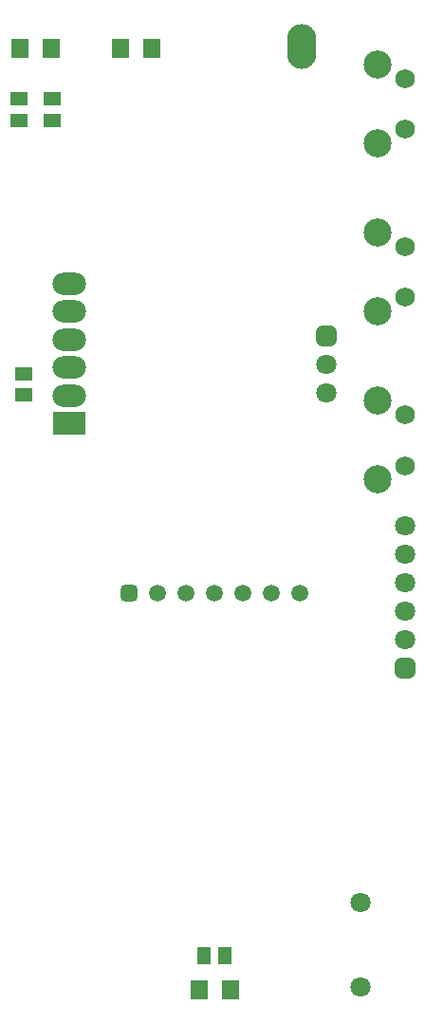
<source format=gts>
G04 #@! TF.GenerationSoftware,KiCad,Pcbnew,(6.0.9)*
G04 #@! TF.CreationDate,2024-06-02T17:02:14+02:00*
G04 #@! TF.ProjectId,Spoke,53706f6b-652e-46b6-9963-61645f706362,1.2*
G04 #@! TF.SameCoordinates,PX5f5e100PY5f5e100*
G04 #@! TF.FileFunction,Soldermask,Top*
G04 #@! TF.FilePolarity,Negative*
%FSLAX46Y46*%
G04 Gerber Fmt 4.6, Leading zero omitted, Abs format (unit mm)*
G04 Created by KiCad (PCBNEW (6.0.9)) date 2024-06-02 17:02:14*
%MOMM*%
%LPD*%
G01*
G04 APERTURE LIST*
G04 Aperture macros list*
%AMRoundRect*
0 Rectangle with rounded corners*
0 $1 Rounding radius*
0 $2 $3 $4 $5 $6 $7 $8 $9 X,Y pos of 4 corners*
0 Add a 4 corners polygon primitive as box body*
4,1,4,$2,$3,$4,$5,$6,$7,$8,$9,$2,$3,0*
0 Add four circle primitives for the rounded corners*
1,1,$1+$1,$2,$3*
1,1,$1+$1,$4,$5*
1,1,$1+$1,$6,$7*
1,1,$1+$1,$8,$9*
0 Add four rect primitives between the rounded corners*
20,1,$1+$1,$2,$3,$4,$5,0*
20,1,$1+$1,$4,$5,$6,$7,0*
20,1,$1+$1,$6,$7,$8,$9,0*
20,1,$1+$1,$8,$9,$2,$3,0*%
G04 Aperture macros list end*
%ADD10R,3.000000X2.000000*%
%ADD11O,3.000000X2.000000*%
%ADD12R,1.300000X1.500000*%
%ADD13R,1.600000X1.800000*%
%ADD14RoundRect,0.375000X-0.375000X-0.375000X0.375000X-0.375000X0.375000X0.375000X-0.375000X0.375000X0*%
%ADD15C,1.500000*%
%ADD16R,1.500000X1.300000*%
%ADD17C,1.750000*%
%ADD18C,2.500000*%
%ADD19C,1.800000*%
%ADD20RoundRect,0.450000X0.450000X-0.450000X0.450000X0.450000X-0.450000X0.450000X-0.450000X-0.450000X0*%
%ADD21RoundRect,0.450000X-0.450000X0.450000X-0.450000X-0.450000X0.450000X-0.450000X0.450000X0.450000X0*%
%ADD22O,2.600000X4.000000*%
G04 APERTURE END LIST*
D10*
G04 #@! TO.C,U4*
X-13000000Y8500000D03*
D11*
X-13000000Y11000000D03*
X-13000000Y13500000D03*
X-13000000Y16000000D03*
X-13000000Y18500000D03*
X-13000000Y21000000D03*
G04 #@! TD*
D12*
G04 #@! TO.C,R6*
X950000Y-39000000D03*
X-950000Y-39000000D03*
G04 #@! TD*
D13*
G04 #@! TO.C,D4*
X-14600000Y42000000D03*
X-17400000Y42000000D03*
G04 #@! TD*
D14*
G04 #@! TO.C,U2*
X-7620000Y-6650000D03*
D15*
X-5080000Y-6650000D03*
X-2540000Y-6650000D03*
X0Y-6650000D03*
X2540000Y-6650000D03*
X5080000Y-6650000D03*
X7620000Y-6650000D03*
G04 #@! TD*
D16*
G04 #@! TO.C,C10*
X-17000000Y11050000D03*
X-17000000Y12950000D03*
G04 #@! TD*
D13*
G04 #@! TO.C,D3*
X-5600000Y42000000D03*
X-8400000Y42000000D03*
G04 #@! TD*
G04 #@! TO.C,D2*
X-1400000Y-42000000D03*
X1400000Y-42000000D03*
G04 #@! TD*
D16*
G04 #@! TO.C,R13*
X-17500000Y35550000D03*
X-17500000Y37450000D03*
G04 #@! TD*
G04 #@! TO.C,R11*
X-14500000Y35550000D03*
X-14500000Y37450000D03*
G04 #@! TD*
D17*
G04 #@! TO.C,SW3*
X17000000Y4750000D03*
D18*
X14510000Y10510000D03*
D17*
X17000000Y9250000D03*
D18*
X14510000Y3500000D03*
G04 #@! TD*
D19*
G04 #@! TO.C,LS1*
X13000000Y-34200000D03*
X13000000Y-41800000D03*
G04 #@! TD*
D20*
G04 #@! TO.C,X6*
X17000000Y-13350000D03*
D19*
X17000000Y-10810000D03*
X17000000Y-8270000D03*
X17000000Y-5730000D03*
X17000000Y-3190000D03*
X17000000Y-650000D03*
G04 #@! TD*
D21*
G04 #@! TO.C,X3*
X10000000Y16290000D03*
D19*
X10000000Y13750000D03*
X10000000Y11210000D03*
G04 #@! TD*
D22*
G04 #@! TO.C,X8*
X7730000Y42100000D03*
G04 #@! TD*
D17*
G04 #@! TO.C,SW2*
X17000000Y19750000D03*
D18*
X14510000Y18500000D03*
X14510000Y25510000D03*
D17*
X17000000Y24250000D03*
G04 #@! TD*
G04 #@! TO.C,SW1*
X17000000Y34750000D03*
D18*
X14510000Y40510000D03*
D17*
X17000000Y39250000D03*
D18*
X14510000Y33500000D03*
G04 #@! TD*
M02*

</source>
